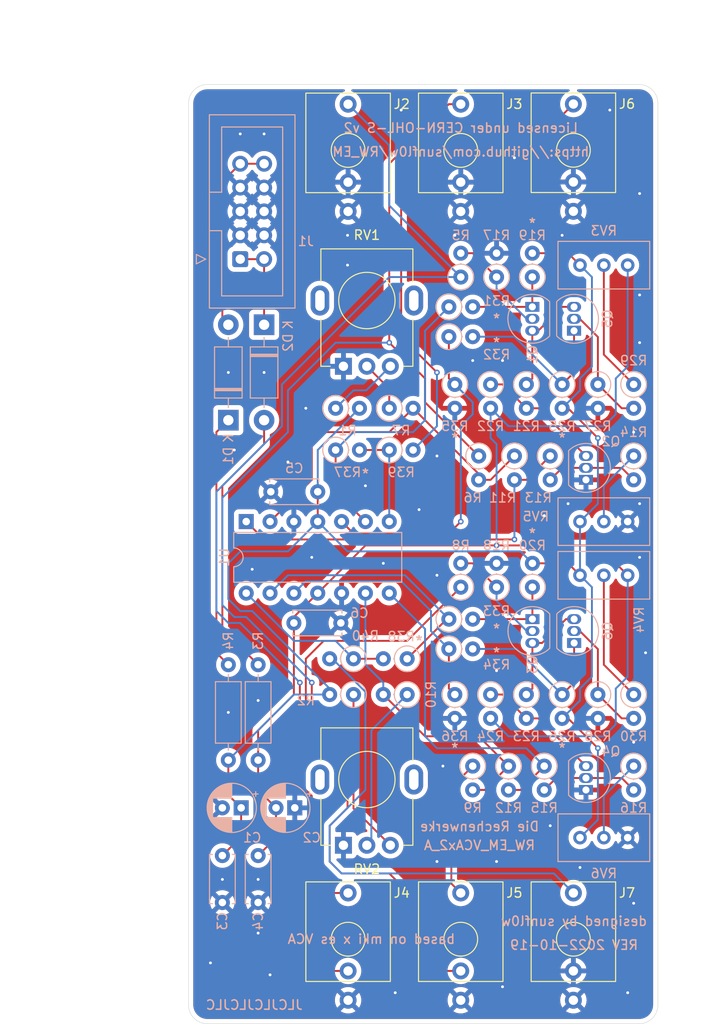
<source format=kicad_pcb>
(kicad_pcb (version 20211014) (generator pcbnew)
  (title_block (title "RW_EM_VCAx2_A") (date "2022-10-19") (rev "2022-10-19") (comment 1 "Licensed under CERN-OHL-S v2"))
  (layers (0 "F.Cu" signal) (31 "B.Cu" signal) (34 "B.Paste" user) (35 "F.Paste" user) (36 "B.SilkS" user "B.Silkscreen") (37 "F.SilkS" user "F.Silkscreen") (38 "B.Mask" user) (39 "F.Mask" user) (44 "Edge.Cuts" user))
  (net 0 "")
  (net 1 "+12V")
  (net 2 "GND")
  (net 3 "-12V")
  (net 4 "Net-(D1-Pad1)")
  (net 5 "Net-(D1-Pad2)")
  (net 6 "Net-(D2-Pad1)")
  (net 7 "Net-(D2-Pad2)")
  (net 8 "Net-(J2-PadT)")
  (net 9 "Net-(J3-PadT)")
  (net 10 "Net-(J4-PadT)")
  (net 11 "Net-(J5-PadT)")
  (net 12 "Net-(J6-PadT)")
  (net 13 "Net-(J7-PadT)")
  (net 14 "Net-(Q1-Pad1)")
  (net 15 "Net-(Q1-Pad2)")
  (net 16 "Net-(Q1-Pad3)")
  (net 17 "Net-(Q2-Pad2)")
  (net 18 "Net-(Q2-Pad3)")
  (net 19 "Net-(Q3-Pad1)")
  (net 20 "Net-(Q3-Pad2)")
  (net 21 "Net-(Q3-Pad3)")
  (net 22 "Net-(Q4-Pad2)")
  (net 23 "Net-(Q4-Pad3)")
  (net 24 "Net-(Q5-Pad1)")
  (net 25 "Net-(Q5-Pad2)")
  (net 26 "Net-(Q6-Pad1)")
  (net 27 "Net-(Q6-Pad2)")
  (net 28 "Net-(R1-Pad1)")
  (net 29 "Net-(R2-Pad1)")
  (net 30 "Net-(R11-Pad1)")
  (net 31 "Net-(R7-Pad1)")
  (net 32 "Net-(R10-Pad2)")
  (net 33 "Net-(R10-Pad1)")
  (net 34 "Net-(R11-Pad2)")
  (net 35 "Net-(R12-Pad2)")
  (net 36 "Net-(R29-Pad1)")
  (net 37 "Net-(R30-Pad1)")
  (net 38 "Net-(R31-Pad1)")
  (net 39 "Net-(R32-Pad1)")
  (net 40 "Net-(R33-Pad1)")
  (net 41 "Net-(R34-Pad1)")
  (net 42 "Net-(R37-Pad2)")
  (net 43 "Net-(R38-Pad2)")
  (net 44 "Net-(R14-Pad1)")
  (net 45 "Net-(R16-Pad1)")
  (footprint "RW_EurorackModular:PJ301M-12" (layer "F.Cu") (at 179 134)
    (fp_text reference "J7")
    (fp_text value "PJ301M-12")
  )
  (footprint "RW_EurorackModular:PJ301M-12" (layer "F.Cu") (at 179 50)
    (fp_text reference "J6")
    (fp_text value "PJ301M-12")
  )
  (footprint "RW_EurorackModular:Potentiometer_R0904N_SongHuei" (layer "F.Cu") (at 157 117)
    (fp_text reference "RV2")
    (fp_text value "100k")
  )
  (footprint "RW_EurorackModular:Potentiometer_R0904N_SongHuei" (layer "F.Cu") (at 157 66)
    (fp_text reference "RV1")
    (fp_text value "100k")
  )
  (footprint "RW_EurorackModular:PJ301M-12" (layer "F.Cu") (at 155 50.015)
    (fp_text reference "J2")
    (fp_text value "PJ301M-12")
  )
  (footprint "RW_EurorackModular:PJ301M-12" (layer "F.Cu") (at 167 134)
    (fp_text reference "J5")
    (fp_text value "PJ301M-12")
  )
  (footprint "RW_EurorackModular:PJ301M-12" (layer "F.Cu") (at 167 50.015)
    (fp_text reference "J3")
    (fp_text value "PJ301M-12")
  )
  (footprint "RW_EurorackModular:PJ301M-12" (layer "F.Cu") (at 155 134)
    (fp_text reference "J4")
    (fp_text value "PJ301M-12")
  )
  (footprint "Resistor_THT:R_Axial_DIN0207_L6.3mm_D2.5mm_P10.16mm_Horizontal" (layer "B.Cu") (at 145.415 104.775 -90)
    (fp_text reference "R3")
    (fp_text value "10")
  )
  (footprint "Resistor_THT:R_Axial_DIN0207_L6.3mm_D2.5mm_P2.54mm_Vertical" (layer "B.Cu") (at 177.8 107.95 -90)
    (fp_text reference "R26")
    (fp_text value "20k*")
  )
  (footprint "Resistor_THT:R_Axial_DIN0207_L6.3mm_D2.5mm_P2.54mm_Vertical" (layer "B.Cu") (at 159.385 81.915)
    (fp_text reference "R39")
    (fp_text value "1k")
  )
  (footprint "Diode_THT:D_DO-41_SOD81_P10.16mm_Horizontal" (layer "B.Cu") (at 146.05 68.58 -90)
    (fp_text reference "D2")
    (fp_text value "1N5819")
  )
  (footprint "Resistor_THT:R_Axial_DIN0207_L6.3mm_D2.5mm_P2.54mm_Vertical" (layer "B.Cu") (at 153.67 81.915)
    (fp_text reference "R37")
    (fp_text value "100k*")
  )
  (footprint "Resistor_THT:R_Axial_DIN0207_L6.3mm_D2.5mm_P2.54mm_Vertical" (layer "B.Cu") (at 165.735 69.85)
    (fp_text reference "R32")
    (fp_text value "10k*")
  )
  (footprint "Resistor_THT:R_Axial_DIN0207_L6.3mm_D2.5mm_P2.54mm_Vertical" (layer "B.Cu") (at 159.385 77.47)
    (fp_text reference "R7")
    (fp_text value "100k")
  )
  (footprint "Resistor_THT:R_Axial_DIN0207_L6.3mm_D2.5mm_P2.54mm_Vertical" (layer "B.Cu") (at 167.005 96.52 90)
    (fp_text reference "R8")
    (fp_text value "100k")
  )
  (footprint "Package_TO_SOT_THT:TO-92_Inline" (layer "B.Cu") (at 179.07 69.215 90)
    (fp_text reference "Q5")
    (fp_text value "BC548")
  )
  (footprint "Resistor_THT:R_Axial_DIN0207_L6.3mm_D2.5mm_P2.54mm_Vertical" (layer "B.Cu") (at 170.815 96.52 90)
    (fp_text reference "R18")
    (fp_text value "100")
  )
  (footprint "Resistor_THT:R_Axial_DIN0207_L6.3mm_D2.5mm_P2.54mm_Vertical" (layer "B.Cu") (at 172.72 82.55 -90)
    (fp_text reference "R11")
    (fp_text value "100k")
  )
  (footprint "Resistor_THT:R_Axial_DIN0207_L6.3mm_D2.5mm_P2.54mm_Vertical" (layer "B.Cu") (at 174.625 63.5 90)
    (fp_text reference "R19")
    (fp_text value "20k*")
  )
  (footprint "Resistor_THT:R_Axial_DIN0207_L6.3mm_D2.5mm_P2.54mm_Vertical" (layer "B.Cu") (at 168.91 82.55 -90)
    (fp_text reference "R6")
    (fp_text value "100k")
  )
  (footprint "Capacitor_THT:C_Disc_D5.0mm_W2.5mm_P5.00mm" (layer "B.Cu") (at 141.605 125.095 -90)
    (fp_text reference "C3")
    (fp_text value "100nF")
  )
  (footprint "Resistor_THT:R_Axial_DIN0207_L6.3mm_D2.5mm_P2.54mm_Vertical" (layer "B.Cu") (at 170.18 74.93 -90)
    (fp_text reference "R22")
    (fp_text value "4.7k")
  )
  (footprint "Potentiometer_THT:Potentiometer_Bourns_3296W_Vertical" (layer "B.Cu") (at 179.705 123.19 180)
    (fp_text reference "RV6")
    (fp_text value "10k")
  )
  (footprint "Resistor_THT:R_Axial_DIN0207_L6.3mm_D2.5mm_P2.54mm_Vertical" (layer "B.Cu") (at 185.42 82.55 -90)
    (fp_text reference "R14")
    (fp_text value "100k")
  )
  (footprint "Resistor_THT:R_Axial_DIN0207_L6.3mm_D2.5mm_P2.54mm_Vertical" (layer "B.Cu") (at 185.42 107.95 -90)
    (fp_text reference "R30")
    (fp_text value "100k")
  )
  (footprint "Potentiometer_THT:Potentiometer_Bourns_3296W_Vertical" (layer "B.Cu") (at 179.705 62.23 180)
    (fp_text reference "RV3")
    (fp_text value "100k")
  )
  (footprint "Potentiometer_THT:Potentiometer_Bourns_3296W_Vertical" (layer "B.Cu") (at 179.705 95.25 180)
    (fp_text reference "RV4")
    (fp_text value "100k")
  )
  (footprint "Resistor_THT:R_Axial_DIN0207_L6.3mm_D2.5mm_P2.54mm_Vertical" (layer "B.Cu") (at 181.61 107.95 -90)
    (fp_text reference "R28")
    (fp_text value "100")
  )
  (footprint "Resistor_THT:R_Axial_DIN0207_L6.3mm_D2.5mm_P2.54mm_Vertical" (layer "B.Cu") (at 161.29 107.95 180)
    (fp_text reference "R10")
    (fp_text value "100k")
  )
  (footprint "Resistor_THT:R_Axial_DIN0207_L6.3mm_D2.5mm_P2.54mm_Vertical" (layer "B.Cu") (at 185.42 115.57 -90)
    (fp_text reference "R16")
    (fp_text value "100k")
  )
  (footprint "Resistor_THT:R_Axial_DIN0207_L6.3mm_D2.5mm_P2.54mm_Vertical" (layer "B.Cu") (at 185.42 74.93 -90)
    (fp_text reference "R29")
    (fp_text value "100k")
  )
  (footprint "Resistor_THT:R_Axial_DIN0207_L6.3mm_D2.5mm_P2.54mm_Vertical" (layer "B.Cu") (at 168.275 115.57 -90)
    (fp_text reference "R9")
    (fp_text value "100k")
  )
  (footprint "Resistor_THT:R_Axial_DIN0207_L6.3mm_D2.5mm_P2.54mm_Vertical" (layer "B.Cu") (at 172.085 115.57 -90)
    (fp_text reference "R12")
    (fp_text value "100k")
  )
  (footprint "Resistor_THT:R_Axial_DIN0207_L6.3mm_D2.5mm_P2.54mm_Vertical" (layer "B.Cu") (at 165.735 99.92)
    (fp_text reference "R33")
    (fp_text value "10k*")
  )
  (footprint "Package_DIP:DIP-14_W7.62mm" (layer "B.Cu") (at 144.145 89.535 -90)
    (fp_text reference "U1")
    (fp_text value "TL074")
  )
  (footprint "Package_TO_SOT_THT:TO-92_Inline" (layer "B.Cu") (at 174.625 66.675 -90)
    (fp_text reference "Q1")
    (fp_text value "BC548")
  )
  (footprint "Capacitor_THT:C_Disc_D5.0mm_W2.5mm_P5.00mm" (layer "B.Cu") (at 145.415 130.095 90)
    (fp_text reference "C4")
    (fp_text value "100nF")
  )
  (footprint "Capacitor_THT:CP_Radial_D5.0mm_P2.00mm" (layer "B.Cu") (at 143.605 120.015 180)
    (fp_text reference "C1")
    (fp_text value "47uF")
  )
  (footprint "Package_TO_SOT_THT:TO-92_Inline" (layer "B.Cu") (at 180.34 85.09 90)
    (fp_text reference "Q2")
    (fp_text value "BC548")
  )
  (footprint "Resistor_THT:R_Axial_DIN0207_L6.3mm_D2.5mm_P2.54mm_Vertical" (layer "B.Cu") (at 153.67 77.47)
    (fp_text reference "R1")
    (fp_text value "10k")
  )
  (footprint "Resistor_THT:R_Axial_DIN0207_L6.3mm_D2.5mm_P2.54mm_Vertical" (layer "B.Cu") (at 166.37 74.93 -90)
    (fp_text reference "R35")
    (fp_text value "100k*")
  )
  (footprint "Resistor_THT:R_Axial_DIN0207_L6.3mm_D2.5mm_P2.54mm_Vertical" (layer "B.Cu") (at 166.37 107.95 -90)
    (fp_text reference "R36")
    (fp_text value "100k*")
  )
  (footprint "Resistor_THT:R_Axial_DIN0207_L6.3mm_D2.5mm_P2.54mm_Vertical" (layer "B.Cu") (at 170.815 63.5 90)
    (fp_text reference "R17")
    (fp_text value "100")
  )
  (footprint "Resistor_THT:R_Axial_DIN0207_L6.3mm_D2.5mm_P2.54mm_Vertical" (layer "B.Cu") (at 167.005 63.5 90)
    (fp_text reference "R5")
    (fp_text value "100k")
  )
  (footprint "Resistor_THT:R_Axial_DIN0207_L6.3mm_D2.5mm_P2.54mm_Vertical" (layer "B.Cu") (at 170.18 107.95 -90)
    (fp_text reference "R24")
    (fp_text value "4.7k")
  )
  (footprint "Resistor_THT:R_Axial_DIN0207_L6.3mm_D2.5mm_P2.54mm_Vertical" (layer "B.Cu") (at 175.895 115.57 -90)
    (fp_text reference "R15")
    (fp_text value "10k")
  )
  (footprint "Resistor_THT:R_Axial_DIN0207_L6.3mm_D2.5mm_P2.54mm_Vertical" (layer "B.Cu") (at 177.8 74.93 -90)
    (fp_text reference "R25")
    (fp_text value "20k*")
  )
  (footprint "Resistor_THT:R_Axial_DIN0207_L6.3mm_D2.5mm_P10.16mm_Horizontal" (layer "B.Cu") (at 142.24 104.775 -90)
    (fp_text reference "R4")
    (fp_text value "10")
  )
  (footprint "Resistor_THT:R_Axial_DIN0207_L6.3mm_D2.5mm_P2.54mm_Vertical" (layer "B.Cu") (at 181.61 74.93 -90)
    (fp_text reference "R27")
    (fp_text value "100")
  )
  (footprint "Resistor_THT:R_Axial_DIN0207_L6.3mm_D2.5mm_P2.54mm_Vertical" (layer "B.Cu") (at 155.575 107.95 180)
    (fp_text reference "R2")
    (fp_text value "10k")
  )
  (footprint "Resistor_THT:R_Axial_DIN0207_L6.3mm_D2.5mm_P2.54mm_Vertical" (layer "B.Cu") (at 174.635 96.52 90)
    (fp_text reference "R20")
    (fp_text value "20k*")
  )
  (footprint "Resistor_THT:R_Axial_DIN0207_L6.3mm_D2.5mm_P2.54mm_Vertical" (layer "B.Cu") (at 161.29 104.14 180)
    (fp_text reference "R38")
    (fp_text value "100k*")
  )
  (footprint "Package_TO_SOT_THT:TO-92_Inline" (layer "B.Cu") (at 180.34 118.11 90)
    (fp_text reference "Q4")
    (fp_text value "BC548")
  )
  (footprint "Resistor_THT:R_Axial_DIN0207_L6.3mm_D2.5mm_P2.54mm_Vertical" (layer "B.Cu") (at 165.735 66.675)
    (fp_text reference "R31")
    (fp_text value "10k*")
  )
  (footprint "Capacitor_THT:C_Disc_D5.0mm_W2.5mm_P5.00mm" (layer "B.Cu") (at 154.225 100.33 180)
    (fp_text reference "C6")
    (fp_text value "100nF")
  )
  (footprint "Capacitor_THT:C_Disc_D5.0mm_W2.5mm_P5.00mm" (layer "B.Cu") (at 151.765 86.36 180)
    (fp_text reference "C5")
    (fp_text value "100nF")
  )
  (footprint "Capacitor_THT:CP_Radial_D5.0mm_P2.00mm" (layer "B.Cu") (at 149.32 120.015 180)
    (fp_text reference "C2")
    (fp_text value "47uF")
  )
  (footprint "Resistor_THT:R_Axial_DIN0207_L6.3mm_D2.5mm_P2.54mm_Vertical" (layer "B.Cu") (at 176.53 82.55 -90)
    (fp_text reference "R13")
    (fp_text value "10k")
  )
  (footprint "Diode_THT:D_DO-41_SOD81_P10.16mm_Horizontal" (layer "B.Cu") (at 142.24 78.74 90)
    (fp_text reference "D1")
    (fp_text value "1N5819")
  )
  (footprint "Package_TO_SOT_THT:TO-92_Inline" (layer "B.Cu") (at 174.635 99.92 -90)
    (fp_text reference "Q3")
    (fp_text value "BC548")
  )
  (footprint "Resistor_THT:R_Axial_DIN0207_L6.3mm_D2.5mm_P2.54mm_Vertical" (layer "B.Cu") (at 165.735 103.095)
    (fp_text reference "R34")
    (fp_text value "10k*")
  )
  (footprint "Resistor_THT:R_Axial_DIN0207_L6.3mm_D2.5mm_P2.54mm_Vertical" (layer "B.Cu") (at 173.99 107.95 -90)
    (fp_text reference "R23")
    (fp_text value "10k")
  )
  (footprint "Package_TO_SOT_THT:TO-92_Inline" (layer "B.Cu") (at 179.08 102.46 90)
    (fp_text reference "Q6")
    (fp_text value "BC548")
  )
  (footprint "Resistor_THT:R_Axial_DIN0207_L6.3mm_D2.5mm_P2.54mm_Vertical" (layer "B.Cu") (at 173.99 74.93 -90)
    (fp_text reference "R21")
    (fp_text value "10k")
  )
  (footprint "Potentiometer_THT:Potentiometer_Bourns_3296W_Vertical" (layer "B.Cu") (at 179.705 89.535 180)
    (fp_text reference "RV5")
    (fp_text value "10k")
  )
  (footprint "Resistor_THT:R_Axial_DIN0207_L6.3mm_D2.5mm_P2.54mm_Vertical" (layer "B.Cu") (at 155.575 104.14 180)
    (fp_text reference "R40")
    (fp_text value "1k")
  )
  (footprint "Connector_IDC:IDC-Header_2x05_P2.54mm_Vertical" (layer "B.Cu") (at 143.51 61.595)
    (fp_text reference "J1")
    (fp_text value "IDC_02x05")
  )
  (gr_line (start 188 141) (end 188 45) (layer "Edge.Cuts") (width 0.05))
  (gr_line (start 186 43) (end 140 43) (layer "Edge.Cuts") (width 0.05))
  (gr_arc (start 138 45) (mid 138.585786 43.585786) (end 140 43) (layer "Edge.Cuts") (width 0.05))
  (gr_arc (start 188 141) (mid 187.414214 142.414214) (end 186 143) (layer "Edge.Cuts") (width 0.05))
  (gr_line (start 140 143) (end 186 143) (layer "Edge.Cuts") (width 0.05))
  (gr_arc (start 140 143) (mid 138.585786 142.414214) (end 138 141) (layer "Edge.Cuts") (width 0.05))
  (gr_line (start 138 45) (end 138 141) (layer "Edge.Cuts") (width 0.05))
  (gr_arc (start 186 43) (mid 187.414214 43.585786) (end 188 45) (layer "Edge.Cuts") (width 0.05))
  (gr_text "https://github.com/sunfl0w/RW_EM" (at 167.005 50.165) (layer "B.SilkS") (effects (font (size 1 1) (thickness 0.16)) (justify mirror)))
  (gr_text "*" (at 170.815 70.485) (layer "B.SilkS") (effects (font (size 1 1) (thickness 0.16)) (justify mirror)))
  (gr_text "designed by sunfl0w" (at 179.07 132.08) (layer "B.SilkS") (effects (font (size 1 1) (thickness 0.16)) (justify mirror)))
  (gr_text "RW_EM_VCAx2_A" (at 169 124) (layer "B.SilkS") (effects (font (size 1 1) (thickness 0.16)) (justify mirror)))
  (gr_text "*" (at 156.845 84.455) (layer "B.SilkS") (effects (font (size 1 1) (thickness 0.16)) (justify mirror)))
  (gr_text "*" (at 162.56 102.235) (layer "B.SilkS") (effects (font (size 1 1) (thickness 0.16)) (justify mirror)))
  (gr_text "*" (at 174.625 90.805) (layer "B.SilkS") (effects (font (size 1 1) (thickness 0.16)) (justify mirror)))
  (gr_text "*" (at 166.37 80.645) (layer "B.SilkS") (effects (font (size 1 1) (thickness 0.16)) (justify mirror)))
  (gr_text "*" (at 174.625 57.785) (layer "B.SilkS") (effects (font (size 1 1) (thickness 0.16)) (justify mirror)))
  (gr_text "based on mki x es VCA" (at 157.48 133.985) (layer "B.SilkS") (effects (font (size 1 1) (thickness 0.16)) (justify mirror)))
  (gr_text "*" (at 177.8 113.665) (layer "B.SilkS") (effects (font (size 1 1) (thickness 0.16)) (justify mirror)))
  (gr_text "*" (at 170.815 100.965) (layer "B.SilkS") (effects (font (size 1 1) (thickness 0.16)) (justify mirror)))
  (gr_text "JLCJLCJLCJLC" (at 145 141) (layer "B.SilkS") (effects (font (size 1 1) (thickness 0.16)) (justify mirror)))
  (gr_text "Licensed under CERN-OHL-S v2" (at 167.005 47.625) (layer "B.SilkS") (effects (font (size 1 1) (thickness 0.16)) (justify mirror)))
  (gr_text "REV 2022-10-19" (at 179.07 134.62) (layer "B.SilkS") (effects (font (size 1 1) (thickness 0.16)) (justify mirror)))
  (gr_text "*" (at 170.815 103.505) (layer "B.SilkS") (effects (font (size 1 1) (thickness 0.16)) (justify mirror)))
  (gr_text "Die Rechenwerke" (at 169 122) (layer "B.SilkS") (effects (font (size 1 1) (thickness 0.16)) (justify mirror)))
  (gr_text "*" (at 170.815 67.945) (layer "B.SilkS") (effects (font (size 1 1) (thickness 0.16)) (justify mirror)))
  (gr_text "*" (at 177.8 80.645) (layer "B.SilkS") (effects (font (size 1 1) (thickness 0.16)) (justify mirror)))
  (gr_text "*" (at 166.37 113.665) (layer "B.SilkS") (effects (font (size 1 1) (thickness 0.16)) (justify mirror)))
  (segment (start 142.24 118.65) (end 143.605 120.015) (width 0.2) (layer "F.Cu") (net 1))
  (segment (start 143.605 123.095) (end 141.605 125.095) (width 0.2) (layer "F.Cu") (net 1))
  (segment (start 181.61 80.645) (end 178.435 77.47) (width 0.2) (layer "F.Cu") (net 1))
  (segment (start 178.435 93.98) (end 179.705 95.25) (width 0.2) (layer "F.Cu") (net 1))
  (segment (start 178.435 110.49) (end 177.8 110.49) (width 0.2) (layer "F.Cu") (net 1))
  (segment (start 174.635 93.98) (end 178.435 93.98) (width 0.2) (layer "F.Cu") (net 1))
  (segment (start 178.435 60.96) (end 179.705 62.23) (width 0.2) (layer "F.Cu") (net 1))
  (segment (start 181.61 113.665) (end 178.435 110.49) (width 0.2) (layer "F.Cu") (net 1))
  (segment (start 142.24 114.935) (end 142.24 118.65) (width 0.2) (layer "F.Cu") (net 1))
  (segment (start 174.625 60.96) (end 178.435 60.96) (width 0.2) (layer "F.Cu") (net 1))
  (segment (start 143.605 120.015) (end 143.605 123.095) (width 0.2) (layer "F.Cu") (net 1))
  (segment (start 177.8 77.47) (end 178.435 77.47) (width 0.2) (layer "F.Cu") (net 1))
  (segment (start 151.765 86.36) (end 151.765 89.535) (width 0.2) (layer "F.Cu") (net 1))
  (via (at 181.61 80.645) (size 0.6) (drill 0.3) (layers "F.Cu" "B.Cu") (net 1))
  (via (at 181.61 113.665) (size 0.6) (drill 0.3) (layers "F.Cu" "B.Cu") (net 1))
  (segment (start 181.61 121.285) (end 181.61 113.665) (width 0.2) (layer "B.Cu") (net 1))
  (segment (start 179.705 107.315) (end 179.705 108.585) (width 0.2) (layer "B.Cu") (net 1))
  (segment (start 180.975 73.025) (end 179.705 74.295) (width 0.2) (layer "B.Cu") (net 1))
  (segment (start 173.365 92.71) (end 174.635 93.98) (width 0.2) (layer "B.Cu") (net 1))
  (segment (start 180.975 106.045) (end 179.705 107.315) (width 0.2) (layer "B.Cu") (net 1))
  (segment (start 144.78 99.06) (end 143.51 99.06) (width 0.2) (layer "B.Cu") (net 1))
  (segment (start 153.035 107.315) (end 144.78 99.06) (width 0.2) (layer "B.Cu") (net 1))
  (segment (start 142.24 93.98) (end 143.51 92.71) (width 0.2) (layer "B.Cu") (net 1))
  (segment (start 142.24 97.79) (end 142.24 93.98) (width 0.2) (layer "B.Cu") (net 1))
  (segment (start 154.94 92.71) (end 173.365 92.71) (width 0.2) (layer "B.Cu") (net 1))
  (segment (start 180.975 96.52) (end 180.975 106.045) (width 0.2) (layer "B.Cu") (net 1))
  (segment (start 143.51 99.06) (end 142.24 97.79) (width 0.2) (layer "B.Cu") (net 1))
  (segment (start 153.035 107.95) (end 153.035 107.315) (width 0.2) (layer "B.Cu") (net 1))
  (segment (start 151.765 89.535) (end 154.94 92.71) (width 0.2) (layer "B.Cu") (net 1))
  (segment (start 179.705 74.295) (end 179.705 75.565) (width 0.2) (layer "B.Cu") (net 1))
  (segment (start 179.705 123.19) (end 181.61 121.285) (width 0.2) (layer "B.Cu") (net 1))
  (segment (start 179.705 62.23) (end 180.975 63.5) (width 0.2) (layer "B.Cu") (net 1))
  (segment (start 142.24 114.935) (end 149.225 107.95) (width 0.2) (layer "B.Cu") (net 1))
  (segment (start 151.765 81.915) (end 151.765 86.36) (width 0.2) (layer "B.Cu") (net 1))
  (segment (start 143.51 92.71) (end 148.59 92.71) (width 0.2) (layer "B.Cu") (net 1))
  (segment (start 156.21 77.47) (end 151.765 81.915) (width 0.2) (layer "B.Cu") (net 1))
  (segment (start 180.975 63.5) (end 180.975 73.025) (width 0.2) (layer "B.Cu") (net 1))
  (segment (start 179.705 89.535) (end 181.61 87.63) (width 0.2) (layer "B.Cu") (net 1))
  (segment (start 149.225 107.95) (end 153.035 107.95) (width 0.2) (layer "B.Cu") (net 1))
  (segment (start 148.59 92.71) (end 151.765 89.535) (width 0.2) (layer "B.Cu") (net 1))
  (segment (start 179.705 95.25) (end 179.705 89.535) (width 0.2) (layer "B.Cu") (net 1))
  (segment (start 181.61 87.63) (end 181.61 80.645) (width 0.2) (layer "B.Cu") (net 1))
  (segment (start 179.705 75.565) (end 177.8 77.47) (width 0.2) (layer "B.Cu") (net 1))
  (segment (start 179.705 108.585) (end 177.8 110.49) (width 0.2) (layer "B.Cu") (net 1))
  (segment (start 179.705 95.25) (end 180.975 96.52) (width 0.2) (layer "B.Cu") (net 1))
  (via (at 141.605 127.635) (size 0.6) (drill 0.3) (layers "F.Cu" "B.Cu") (net 2))
  (via (at 145.415 133.35) (size 0.6) (drill 0.3) (layers "F.Cu" "B.Cu") (net 2))
  (via (at 166.37 59.055) (size 0.6) (drill 0.3) (layers "F.Cu" "B.Cu") (net 2))
  (via (at 140.335 136.525) (size 0.6) (drill 0.3) (layers "F.Cu" "B.Cu") (net 2))
  (via (at 184.785 139.7) (size 0.6) (drill 0.3) (layers "F.Cu" "B.Cu") (net 2))
  (via (at 185.42 130.175) (size 0.6) (drill 0.3) (layers "F.Cu" "B.Cu") (net 2))
  (via (at 164.465 95.25) (size 0.6) (drill 0.3) (layers "F.Cu" "B.Cu") (net 2))
  (via (at 142.24 73.66) (size 0.6) (drill 0.3) (layers "F.Cu" "B.Cu") (net 2))
  (via (at 171.45 72.39) (size 0.6) (drill 0.3) (layers "F.Cu" "B.Cu") (net 2))
  (via (at 171.45 139.065) (size 0.6) (drill 0.3) (layers "F.Cu" "B.Cu") (net 2))
  (via (at 170.815 125.73) (size 0.6) (drill 0.3) (layers "F.Cu" "B.Cu") (net 2))
  (via (at 186.055 87.63) (size 0.6) (drill 0.3) (layers "F.Cu" "B.Cu") (net 2))
  (via (at 165.1 115.57) (size 0.6) (drill 0.3) (layers "F.Cu" "B.Cu") (net 2))
  (via (at 186.055 65.405) (size 0.6) (drill 0.3) (layers "F.Cu" "B.Cu") (net 2))
  (via (at 164.465 82.55) (size 0.6) (drill 0.3) (layers "F.Cu" "B.Cu") (net 2))
  (via (at 156.845 85.725) (size 0.6) (drill 0.3) (layers "F.Cu" "B.Cu") (net 2))
  (via (at 154.94 62.23) (size 0.6) (drill 0.3) (layers "F.Cu" "B.Cu") (net 2))
  (via (at 186.055 93.345) (size 0.6) (drill 0.3) (layers "F.Cu" "B.Cu") (net 2))
  (via (at 148.59 83.185) (size 0.6) (drill 0.3) (layers "F.Cu" "B.Cu") (net 2))
  (via (at 177.8 59.055) (size 0.6) (drill 0.3) (layers "F.Cu" "B.Cu") (net 2))
  (via (at 146.05 73.66) (size 0.6) (drill 0.3) (layers "F.Cu" "B.Cu") (net 2))
  (via (at 162.56 88.265) (size 0.6) (drill 0.3) (layers "F.Cu" "B.Cu") (net 2))
  (via (at 143.51 48.26) (size 0.6) (drill 0.3) (layers "F.Cu" "B.Cu") (net 2))
  (via (at 178.435 87.63) (size 0.6) (drill 0.3) (layers "F.Cu" "B.Cu") (net 2))
  (via (at 175.895 88.9) (size 0.6) (drill 0.3) (layers "F.Cu" "B.Cu") (net 2))
  (via (at 186.055 54.61) (size 0.6) (drill 0.3) (layers "F.Cu" "B.Cu") (net 2))
  (via (at 168.275 72.39) (size 0.6) (drill 0.3) (layers "F.Cu" "B.Cu") (net 2))
  (via (at 142.875 81.915) (size 0.6) (drill 0.3) (layers "F.Cu" "B.Cu") (net 2))
  (via (at 145.415 127.635) (size 0.6) (drill 0.3) (layers "F.Cu" "B.Cu") (net 2))
  (via (at 185.42 80.01) (size 0.6) (drill 0.3) (layers "F.Cu" "B.Cu") (net 2))
  (via (at 186.055 70.485) (size 0.6) (drill 0.3) (layers "F.Cu" "B.Cu") (net 2))
  (via (at 146.685 137.795) (size 0.6) (drill 0.3) (layers "F.Cu" "B.Cu") (net 2))
  (via (at 176.53 121.92) (size 0.6) (drill 0.3) (layers "F.Cu" "B.Cu") (net 2))
  (via (at 170.815 105.41) (size 0.6) (drill 0.3) (layers "F.Cu" "B.Cu") (net 2))
  (via (at 172.72 50.8) (size 0.6) (drill 0.3) (layers "F.Cu" "B.Cu") (net 2))
  (via (at 158.75 93.98) (size 0.6) (drill 0.3) (layers "F.Cu" "B.Cu") (net 2))
  (via (at 160.02 139.7) (size 0.6) (drill 0.3) (layers "F.Cu" "B.Cu") (net 2))
  (via (at 154.94 59.055) (size 0.6) (drill 0.3) (layers "F.Cu" "B.Cu") (net 2))
  (via (at 145.415 108.585) (size 0.6) (drill 0.3) (layers "F.Cu" "B.Cu") (net 2))
  (via (at 151.13 93.345) (size 0.6) (drill 0.3) (layers "F.Cu" "B.Cu") (net 2))
  (via (at 179.705 126.365) (size 0.6) (drill 0.3) (layers "F.Cu" "B.Cu") (net 2))
  (via (at 186.69 103.505) (size 0.6) (drill 0.3) (layers "F.Cu" "B.Cu") (net 2))
  (via (at 150.495 77.47) (size 0.6) (drill 0.3) (layers "F.Cu" "B.Cu") (net 2))
  (via (at 146.05 48.26) (size 0.6) (drill 0.3) (layers "F.Cu" "B.Cu") (net 2))
  (via (at 164.465 125.73) (size 0.6) (drill 0.3) (layers "F.Cu" "B.Cu") (net 2))
  (via (at 144.78 94.615) (size 0.6) (drill 0.3) (layers "F.Cu" "B.Cu") (net 2))
  (via (at 160.655 45.72) (size 0.6) (drill 0.3) (layers "F.Cu" "B.Cu") (net 2))
  (via (at 142.24 109.855) (size 0.6) (drill 0.3) (layers "F.Cu" "B.Cu") (net 2))
  (via (at 185.42 113.03) (size 0.6) (drill 0.3) (layers "F.Cu" "B.Cu") (net 2))
  (via (at 182.88 45.72) (size 0.6) (drill 0.3) (layers "F.Cu" "B.Cu") (net 2))
  (segment (start 181.61 92.075) (end 156.845 92.075) (width 0.2) (layer "F.Cu") (net 3))
  (segment (start 145.415 114.935) (end 145.415 118.11) (width 0.2) (layer "F.Cu") (net 3))
  (segment (start 149.225 107.95) (end 149.225 100.33) (width 0.2) (layer "F.Cu") (net 3))
  (segment (start 147.32 123.19) (end 145.415 125.095) (width 0.2) (layer "F.Cu") (net 3))
  (segment (start 156.845 92.075) (end 151.765 97.155) (width 0.2) (layer "F.Cu") (net 3))
  (segment (start 184.785 95.25) (end 181.61 92.075) (width 0.2) (layer "F.Cu") (net 3))
  (segment (start 149.225 99.695) (end 149.225 100.33) (width 0.2) (layer "F.Cu") (net 3))
  (segment (start 145.415 111.76) (end 149.225 107.95) (width 0.2) (layer "F.Cu") (net 3))
  (segment (start 145.415 114.935) (end 145.415 111.76) (width 0.2) (layer "F.Cu") (net 3))
  (segment (start 145.415 118.11) (end 147.32 120.015) (width 0.2) (layer "F.Cu") (net 3))
  (segment (start 147.32 120.015) (end 147.32 123.19) (width 0.2) (layer "F.Cu") (net 3))
  (segment (start 151.765 97.155) (end 149.225 99.695) (width 0.2) (layer "F.Cu") (net 3))
  (via (at 170.815 92.075) (size 0.6) (drill 0.3) (layers "F.Cu" "B.Cu") (net 3))
  (segment (start 172.085 79.375) (end 170.18 77.47) (width 0.2) (layer "B.Cu") (net 3))
  (segment (start 170.18 77.47) (end 170.18 80.645) (width 0.2) (layer "B.Cu") (net 3))
  (segment (start 184.785 62.23) (end 184.785 73.025) (width 0.2) (layer "B.Cu") (net 3))
  (segment (start 183.515 74.295) (end 183.515 78.105) (width 0.2) (layer "B.Cu") (net 3))
  (segment (start 183.515 111.125) (end 182.245 112.395) (width 0.2) (layer "B.Cu") (net 3))
  (segment (start 182.245 79.375) (end 172.085 79.375) (width 0.2) (layer "B.Cu") (net 3))
  (segment (start 172.085 112.395) (end 170.18 110.49) (width 0.2) (layer "B.Cu") (net 3))
  (segment (start 184.785 95.25) (end 184.785 106.045) (width 0.2) (layer "B.Cu") (net 3))
  (segment (start 182.245 112.395) (end 172.085 112.395) (width 0.2) (layer "B.Cu") (net 3))
  (segment (start 183.515 107.315) (end 183.515 111.125) (width 0.2) (layer "B.Cu") (net 3))
  (segment (start 170.18 80.645) (end 170.815 81.28) (width 0.2) (layer "B.Cu") (net 3))
  (segment (start 184.785 106.045) (end 183.515 107.315) (width 0.2) (layer "B.Cu") (net 3))
  (segment (start 170.815 81.28) (end 170.815 92.075) (width 0.2) (layer "B.Cu") (net 3))
  (segment (start 184.785 73.025) (end 183.515 74.295) (width 0.2) (layer "B.Cu") (net 3))
  (segment (start 183.515 78.105) (end 182.245 79.375) (width 0.2) (layer "B.Cu") (net 3))
  (segment (start 142.24 104.775) (end 140.97 103.505) (width 0.2) (layer "F.Cu") (net 4))
  (segment (start 140.97 80.01) (end 142.24 78.74) (width 0.2) (layer "F.Cu") (net 4))
  (segment (start 140.97 103.505) (end 140.97 80.01) (width 0.2) (layer "F.Cu") (net 4))
  (segment (start 141.605 67.945) (end 141.605 53.34) (width 0.2) (layer "F.Cu") (net 5))
  (segment (start 142.24 68.58) (end 141.605 67.945) (width 0.2) (layer "F.Cu") (net 5))
  (segment (start 141.605 53.34) (end 143.51 51.435) (width 0.2) (layer "F.Cu") (net 5))
  (segment (start 143.51 51.435) (end 146.05 51.435) (width 0.2) (layer "F.Cu") (net 5))
  (segment (start 143.51 61.595) (end 146.05 61.595) (width 0.2) (layer "F.Cu") (net 6))
  (segment (start 146.05 61.595) (end 146.05 68.58) (width 0.2) (layer "F.Cu") (net 6))
  (segment (start 146.05 81.28) (end 141.605 85.725) (width 0.2) (layer "F.Cu") (net 7))
  (segment (start 141.605 100.965) (end 145.415 104.775) (width 0.2) (layer "F.Cu") (net 7))
  (segment (start 141.605 85.725) (end 141.605 100.965) (width 0.2) (layer "F.Cu") (net 7))
  (segment (start 146.05 78.74) (end 146.05 81.28) (width 0.2) (layer "F.Cu") (net 7))
  (segment (start 151.13 135.89) (end 152.62 137.38) (width 0.2) (layer "F.Cu") (net 8))
  (segment (start 151.13 118.745) (end 151.13 135.89) (width 0.2) (layer "F.Cu") (net 8))
  (segment (start 149.86 106.68) (end 149.86 117.475) (width 0.2) (layer "F.Cu") (net 8))
  (segment (start 152.62 137.38) (end 155 137.38) (width 0.2) (layer "F.Cu") (net 8))
  (segment (start 149.86 117.475) (end 151.13 118.745) (width 0.2) (layer "F.Cu") (net 8))
  (via (at 149.86 106.68) (size 0.6) (drill 0.3) (layers "F.Cu" "B.Cu") (net 8))
  (segment (start 142.24 100.33) (end 143.51 100.33) (width 0.2) (layer "B.Cu") (net 8))
  (segment (start 159.385 55.88) (end 159.385 49.48) (width 0.2) (layer "B.Cu") (net 8))
  (segment (start 167.005 63.5) (end 159.385 55.88) (width 0.2) (layer "B.Cu") (net 8))
  (segment (start 140.97 86.36) (end 140.97 99.06) (width 0.2) (layer "B.Cu") (net 8))
  (segment (start 143.51 100.33) (end 149.86 106.68) (width 0.2) (layer "B.Cu") (net 8))
  (segment (start 159.385 49.48) (end 155 45.095) (width 0.2) (layer "B.Cu") (net 8))
  (segment (start 140.97 99.06) (end 142.24 100.33) (width 0.2) (layer "B.Cu") (net 8))
  (segment (start 167.005 63.5) (end 159.385 63.5) (width 0.2) (layer "B.Cu") (net 8))
  (segment (start 147.955 79.375) (end 140.97 86.36) (width 0.2) (layer "B.Cu") (net 8))
  (segment (start 159.385 63.5) (end 147.955 74.93) (width 0.2) (layer "B.Cu") (net 8))
  (segment (start 147.955 74.93) (end 147.955 79.375) (width 0.2) (layer "B.Cu") (net 8))
  (segment (start 151.13 109.855) (end 154.94 113.665) (width 0.2) (layer "F.Cu") (net 9))
  (segment (start 162.145 137.38) (end 167 137.38) (width 0.2) (layer "F.Cu") (net 9))
  (segment (start 159.385 70.485) (end 159.385 51.435) (width 0.2) (layer "F.Cu") (net 9))
  (segment (start 165.725 45.095) (end 167 45.095) (width 0.2) (layer "F.Cu") (net 9))
  (segment (start 159.385 127) (end 160.655 128.27) (width 0.2) (layer "F.Cu") (net 9))
  (segment (start 159.385 51.435) (end 165.725 45.095) (width 0.2) (layer "F.Cu") (net 9))
  (segment (start 159.385 70.485) (end 163.195 74.295) (width 0.2) (layer "F.Cu") (net 9))
  (segment (start 163.195 74.295) (end 163.195 76.835) (width 0.2) (layer "F.Cu") (net 9))
  (segment (start 151.13 106.68) (end 151.13 109.855) (width 0.2) (layer "F.Cu") (net 9))
  (segment (start 160.655 135.89) (end 162.145 137.38) (width 0.2) (layer "F.Cu") (net 9))
  (segment (start 154.94 120.015) (end 153.035 121.92) (width 0.2) (layer "F.Cu") (net 9))
  (segment (start 154.94 113.665) (end 154.94 120.015) (width 0.2) (layer "F.Cu") (net 9))
  (segment (start 160.655 128.27) (end 160.655 135.89) (width 0.2) (layer "F.Cu") (net 9))
  (segment (start 153.035 121.92) (end 153.035 125.73) (width 0.2) (layer "F.Cu") (net 9))
  (segment (start 154.305 127) (end 159.385 127) (width 0.2) (layer "F.Cu") (net 9))
  (segment (start 163.195 76.835) (end 168.91 82.55) (width 0.2) (layer "F.Cu") (net 9))
  (segment (start 153.035 125.73) (end 154.305 127) (width 0.2) (layer "F.Cu") (net 9))
  (via (at 151.13 106.68) (size 0.6) (drill 0.3) (layers "F.Cu" "B.Cu") (net 9))
  (via (at 159.385 70.485) (size 0.6) (drill 0.3) (layers "F.Cu" "B.Cu") (net 9))
  (segment (start 141.605 98.425) (end 141.605 86.995) (width 0.2) (layer "B.Cu") (net 9))
  (segment (start 144.145 99.695) (end 142.875 99.695) (width 0.2) (layer "B.Cu") (net 9))
  (segment (start 141.605 86.995) (end 148.59 80.01) (width 0.2) (layer "B.Cu") (net 9))
  (segment (start 153.67 70.485) (end 159.385 70.485) (width 0.2) (layer "B.Cu") (net 9))
  (segment (start 148.59 75.565) (end 153.67 70.485) (width 0.2) (layer "B.Cu") (net 9))
  (segment (start 142.875 99.695) (end 141.605 98.425) (width 0.2) (layer "B.Cu") (net 9))
  (segment (start 148.59 80.01) (end 148.59 75.565) (width 0.2) (layer "B.Cu") (net 9))
  (segment (start 151.13 106.68) (end 144.145 99.695) (width 0.2) (layer "B.Cu") (net 9))
  (segment (start 154.305 118.11) (end 151.765 120.65) (width 0.2) (layer "F.Cu") (net 10))
  (segment (start 154.305 114.3) (end 154.305 118.11) (width 0.2) (layer "F.Cu") (net 10))
  (segment (start 150.495 110.49) (end 154.305 114.3) (width 0.2) (layer "F.Cu") (net 10))
  (segment (start 151.765 120.65) (end 151.765 127.635) (width 0.2) (layer "F.Cu") (net 10))
  (segment (start 152.4 102.235) (end 150.495 104.14) (width 0.2) (layer "F.Cu") (net 10))
  (segment (start 153.21 129.08) (end 155 129.08) (width 0.2) (layer "F.Cu") (net 10))
  (segment (start 151.765 127.635) (end 153.21 129.08) (width 0.2) (layer "F.Cu") (net 10))
  (segment (start 150.495 104.14) (end 150.495 110.49) (width 0.2) (layer "F.Cu") (net 10))
  (segment (start 161.29 102.235) (end 152.4 102.235) (width 0.2) (layer "F.Cu") (net 10))
  (segment (start 167.005 96.52) (end 161.29 102.235) (width 0.2) (layer "F.Cu") (net 10))
  (segment (start 168.275 115.57) (end 166 117.845) (width 0.2) (layer "F.Cu") (net 11))
  (segment (start 166 128.08) (end 167 129.08) (width 0.2) (layer "F.Cu") (net 11))
  (segment (start 166 117.845) (end 166 128.08) (width 0.2) (layer "F.Cu") (net 11))
  (segment (start 164.465 73.66) (end 160.655 69.85) (width 0.2) (layer "F.Cu") (net 12))
  (segment (start 160.655 69.85) (end 160.655 52.07) (width 0.2) (layer "F.Cu") (net 12))
  (segment (start 177.09 46.99) (end 179 45.08) (width 0.2) (layer "F.Cu") (net 12))
  (segment (start 165.735 46.99) (end 177.09 46.99) (width 0.2) (layer "F.Cu") (net 12))
  (segment (start 160.655 52.07) (end 165.735 46.99) (width 0.2) (layer "F.Cu") (net 12))
  (via (at 164.465 73.66) (size 0.6) (drill 0.3) (layers "F.Cu" "B.Cu") (net 12))
  (segment (start 161.925 81.915) (end 164.465 79.375) (width 0.2) (layer "B.Cu") (net 12))
  (segment (start 164.465 79.375) (end 164.465 73.66) (width 0.2) (layer "B.Cu") (net 12))
  (segment (start 176.92 127) (end 179 129.08) (width 0.2) (layer "B.Cu") (net 13))
  (segment (start 156.845 118.11) (end 153.035 121.92) (width 0.2) (layer "B.Cu") (net 13))
  (segment (start 154.305 127) (end 176.92 127) (width 0.2) (layer "B.Cu") (net 13))
  (segment (start 153.035 121.92) (end 153.035 125.73) (width 0.2) (layer "B.Cu") (net 13))
  (segment (start 156.845 107.664365) (end 156.845 118.11) (width 0.2) (layer "B.Cu") (net 13))
  (segment (start 153.035 104.14) (end 153.320635 104.14) (width 0.2) (layer "B.Cu") (net 13))
  (segment (start 153.035 125.73) (end 154.305 127) (width 0.2) (layer "B.Cu") (net 13))
  (segment (start 153.320635 104.14) (end 156.845 107.664365) (width 0.2) (layer "B.Cu") (net 13))
  (segment (start 168.275 66.675) (end 174.625 66.675) (width 0.2) (layer "F.Cu") (net 14))
  (segment (start 174.625 63.5) (end 174.625 66.675) (width 0.2) (layer "F.Cu") (net 14))
  (segment (start 167.005 60.96) (end 168.275 60.96) (width 0.2) (layer "F.Cu") (net 15))
  (segment (start 168.275 60.96) (end 170.815 63.5) (width 0.2) (layer "F.Cu") (net 15))
  (segment (start 174.02 67.945) (end 174.625 67.945) (width 0.2) (layer "B.Cu") (net 15))
  (segment (start 170.815 64.74) (end 174.02 67.945) (width 0.2) (layer "B.Cu") (net 15))
  (segment (start 170.815 63.5) (end 170.815 64.74) (width 0.2) (layer "B.Cu") (net 15))
  (segment (start 174.625 74.295) (end 173.99 74.93) (width 0.2) (layer "F.Cu") (net 16))
  (segment (start 174.625 69.215) (end 175.26 69.215) (width 0.2) (layer "F.Cu") (net 16))
  (segment (start 175.26 69.215) (end 177.8 66.675) (width 0.2) (layer "F.Cu") (net 16))
  (segment (start 174.625 69.215) (end 174.625 74.295) (width 0.2) (layer "F.Cu") (net 16))
  (segment (start 177.8 66.675) (end 179.07 66.675) (width 0.2) (layer "F.Cu") (net 16))
  (segment (start 176.53 85.09) (end 177.8 83.82) (width 0.2) (layer "F.Cu") (net 17))
  (segment (start 180.34 83.82) (end 184.15 83.82) (width 0.2) (layer "F.Cu") (net 17))
  (segment (start 177.8 83.82) (end 180.34 83.82) (width 0.2) (layer "F.Cu") (net 17))
  (segment (start 184.15 83.82) (end 185.42 85.09) (width 0.2) (layer "F.Cu") (net 17))
  (segment (start 173.99 77.47) (end 175.26 77.47) (width 0.2) (layer "F.Cu") (net 18))
  (segment (start 171.45 74.93) (end 173.99 77.47) (width 0.2) (layer "F.Cu") (net 18))
  (segment (start 170.18 74.93) (end 171.45 74.93) (width 0.2) (layer "F.Cu") (net 18))
  (segment (start 175.26 77.47) (end 180.34 82.55) (width 0.2) (layer "F.Cu") (net 18))
  (segment (start 174.635 96.52) (end 174.635 99.92) (width 0.2) (layer "F.Cu") (net 19))
  (segment (start 174.635 99.92) (end 168.275 99.92) (width 0.2) (layer "F.Cu") (net 19))
  (segment (start 168.275 93.98) (end 170.815 96.52) (width 0.2) (layer "F.Cu") (net 20))
  (segment (start 167.005 93.98) (end 168.275 93.98) (width 0.2) (layer "F.Cu") (net 20))
  (segment (start 174.03 101.19) (end 174.635 101.19) (width 0.2) (layer "B.Cu") (net 20))
  (segment (start 170.815 96.52) (end 170.815 97.975) (width 0.2) (layer "B.Cu") (net 20))
  (segment (start 170.815 97.975) (end 174.03 101.19) (width 0.2) (layer "B.Cu") (net 20))
  (segment (start 174.635 102.46) (end 174.635 107.305) (width 0.2) (layer "F.Cu") (net 21))
  (segment (start 174.635 107.305) (end 173.99 107.95) (width 0.2) (layer "F.Cu") (net 21))
  (segment (start 174.635 102.46) (end 175.67 102.46) (width 0.2) (layer "F.Cu") (net 21))
  (segment (start 178.21 99.92) (end 179.08 99.92) (width 0.2) (layer "F.Cu") (net 21))
  (segment (start 175.67 102.46) (end 178.21 99.92) (width 0.2) (layer "F.Cu") (net 21))
  (segment (start 184.15 116.84) (end 185.42 118.11) (width 0.2) (layer "F.Cu") (net 22))
  (segment (start 175.895 118.11) (end 177.165 116.84) (width 0.2) (layer "F.Cu") (net 22))
  (segment (start 180.34 116.84) (end 184.15 116.84) (width 0.2) (layer "F.Cu") (net 22))
  (segment (start 177.165 116.84) (end 180.34 116.84) (width 0.2) (layer "F.Cu") (net 22))
  (segment (start 171.45 107.95) (end 173.99 110.49) (width 0.2) (layer "F.Cu") (net 23))
  (segment (start 173.99 110.49) (end 175.26 110.49) (width 0.2) (layer "F.Cu") (net 23))
  (segment (start 175.26 110.49) (end 180.34 115.57) (width 0.2) (layer "F.Cu") (net 23))
  (segment (start 170.18 107.95) (end 171.45 107.95) (width 0.2) (layer "F.Cu") (net 23))
  (segment (start 179.07 73.66) (end 177.8 74.93) (width 0.2) (layer "F.Cu") (net 24))
  (segment (start 179.07 69.215) (end 179.07 73.66) (width 0.2) (layer "F.Cu") (net 24))
  (segment (start 168.275 69.85) (end 172.72 69.85) (width 0.2) (layer "B.Cu") (net 24))
  (segment (start 172.72 69.85) (end 177.8 74.93) (width 0.2) (layer "B.Cu") (net 24))
  (segment (start 184.15 77.47) (end 181.61 74.93) (width 0.2) (layer "F.Cu") (net 25))
  (segment (start 185.42 77.47) (end 184.15 77.47) (width 0.2) (layer "F.Cu") (net 25))
  (segment (start 181.61 74.93) (end 181.61 69.88) (width 0.2) (layer "F.Cu") (net 25))
  (segment (start 179.675 67.945) (end 179.07 67.945) (width 0.2) (layer "F.Cu") (net 25))
  (segment (start 181.61 69.88) (end 179.675 67.945) (width 0.2) (layer "F.Cu") (net 25))
  (segment (start 179.08 102.46) (end 179.08 106.67) (width 0.2) (layer "F.Cu") (net 26))
  (segment (start 179.08 106.67) (end 177.8 107.95) (width 0.2) (layer "F.Cu") (net 26))
  (segment (start 172.945 103.095) (end 177.8 107.95) (width 0.2) (layer "B.Cu") (net 26))
  (segment (start 168.275 103.095) (end 172.945 103.095) (width 0.2) (layer "B.Cu") (net 26))
  (segment (start 181.61 103.115) (end 179.685 101.19) (width 0.2) (layer "F.Cu") (net 27))
  (segment (start 185.42 110.49) (end 184.15 110.49) (width 0.2) (layer "F.Cu") (net 27))
  (segment (start 179.685 101.19) (end 179.08 101.19) (width 0.2) (layer "F.Cu") (net 27))
  (segment (start 184.15 110.49) (end 181.61 107.95) (width 0.2) (layer "F.Cu") (net 27))
  (segment (start 181.61 107.95) (end 181.61 103.115) (width 0.2) (layer "F.Cu") (net 27))
  (segment (start 155.575 75.565) (end 156.935 75.565) (width 0.2) (layer "B.Cu") (net 28))
  (segment (start 156.935 75.565) (end 159.5 73) (width 0.2) (layer "B.Cu") (net 28))
  (segment (start 153.67 77.47) (end 155.575 75.565) (width 0.2) (layer "B.Cu") (net 28))
  (segment (start 155.575 120.075) (end 159.5 124) (width 0.2) (layer "F.Cu") (net 29))
  (segment (start 155.575 107.95) (end 155.575 120.075) (width 0.2) (layer "F.Cu") (net 29))
  (segment (start 151.13 81.28) (end 152.4 80.01) (width 0.2) (layer "F.Cu") (net 30))
  (segment (start 161.925 77.47) (end 168.91 84.455) (width 0.2) (layer "F.Cu") (net 30))
  (segment (start 159.385 80.01) (end 161.925 77.47) (width 0.2) (layer "F.Cu") (net 30))
  (segment (start 146.685 89.535) (end 151.13 85.09) (width 0.2) (layer "F.Cu") (net 30))
  (segment (start 151.13 85.09) (end 151.13 81.28) (width 0.2) (layer "F.Cu") (net 30))
  (segment (start 152.4 80.01) (end 159.385 80.01) (width 0.2) (layer "F.Cu") (net 30))
  (segment (start 168.91 85.09) (end 170.18 85.09) (width 0.2) (layer "F.Cu") (net 30))
  (segment (start 170.18 85.09) (end 172.72 82.55) (width 0.2) (layer "F.Cu") (net 30))
  (segment (start 168.91 84.455) (end 168.91 85.09) (width 0.2) (layer "F.Cu") (net 30))
  (segment (start 159.385 75.385) (end 157 73) (width 0.2) (layer "F.Cu") (net 31))
  (segment (start 159.385 77.47) (end 159.385 75.385) (width 0.2) (layer "F.Cu") (net 31))
  (segment (start 163.195 112.395) (end 168.91 112.395) (width 0.2) (layer "F.Cu") (net 32))
  (segment (start 168.275 118.11) (end 169.545 118.11) (width 0.2) (layer "F.Cu") (net 32))
  (segment (start 169.545 118.11) (end 172.085 115.57) (width 0.2) (layer "F.Cu") (net 32))
  (segment (start 158.75 107.95) (end 163.195 112.395) (width 0.2) (layer "F.Cu") (net 32))
  (segment (start 168.91 112.395) (end 172.085 115.57) (width 0.2) (layer "F.Cu") (net 32))
  (segment (start 156.845 104.775) (end 158.75 106.68) (width 0.2) (layer "B.Cu") (net 32))
  (segment (start 156.845 97.155) (end 156.845 104.775) (width 0.2) (layer "B.Cu") (net 32))
  (segment (start 158.75 106.68) (end 158.75 107.95) (width 0.2) (layer "B.Cu") (net 32))
  (segment (start 157.48 123.52) (end 157.48 111.76) (width 0.2) (layer "B.Cu") (net 33))
  (segment (start 161.29 107.95) (end 157.48 111.76) (width 0.2) (layer "B.Cu") (net 33))
  (segment (start 157 124) (end 157.48 123.52) (width 0.2) (layer "B.Cu") (net 33))
  (segment (start 146.05 91.44) (end 172.72 91.44) (width 0.2) (layer "F.Cu") (net 34))
  (segment (start 144.145 89.535) (end 146.05 91.44) (width 0.2) (layer "F.Cu") (net 34))
  (segment (start 172.72 85.09) (end 173.99 85.09) (width 0.2) (layer "F.Cu") (net 34))
  (segment (start 173.99 85.09) (end 176.53 82.55) (width 0.2) (layer "F.Cu") (net 34))
  (via (at 172.72 91.44) (size 0.6) (drill 0.3) (layers "F.Cu" "B.Cu") (net 34))
  (segment (start 172.72 91.44) (end 172.72 85.09) (width 0.2) (layer "B.Cu") (net 34))
  (segment (start 172.085 118.11) (end 173.355 118.11) (width 0.2) (layer "F.Cu") (net 35))
  (segment (start 173.355 118.11) (end 175.895 115.57) (width 0.2) (layer "F.Cu") (net 35))
  (segment (start 164.465 113.665) (end 173.99 113.665) (width 0.2) (layer "B.Cu") (net 35))
  (segment (start 163.195 112.395) (end 164.465 113.665) (width 0.2) (layer "B.Cu") (net 35))
  (segment (start 173.99 113.665) (end 175.895 115.57) (width 0.2) (layer "B.Cu") (net 35))
  (segment (start 163.195 100.965) (end 163.195 112.395) (width 0.2) (layer "B.Cu") (net 35))
  (segment (start 159.385 97.155) (end 163.195 100.965) (width 0.2) (layer "B.Cu") (net 35))
  (segment (start 182.245 62.23) (end 182.245 71.755) (width 0.2) (layer "F.Cu") (net 36))
  (segment (start 182.245 71.755) (end 185.42 74.93) (width 0.2) (layer "F.Cu") (net 36))
  (segment (start 182.245 104.775) (end 185.42 107.95) (width 0.2) (layer "F.Cu") (net 37))
  (segment (start 182.245 95.25) (end 182.245 104.775) (width 0.2) (layer "F.Cu") (net 37))
  (segment (start 153.67 86.36) (end 156.845 89.535) (width 0.2) (layer "F.Cu") (net 38))
  (segment (start 153.67 81.915) (end 153.67 86.36) (width 0.2) (layer "F.Cu") (net 38))
  (segment (start 163.195 69.215) (end 165.735 66.675) (width 0.2) (layer "B.Cu") (net 38))
  (segment (start 161.925 80.01) (end 163.195 78.74) (width 0.2) (layer "B.Cu") (net 38))
  (segment (start 163.195 78.74) (end 163.195 69.215) (width 0.2) (layer "B.Cu") (net 38))
  (segment (start 153.67 81.915) (end 155.575 80.01) (width 0.2) (layer "B.Cu") (net 38))
  (segment (start 155.575 80.01) (end 161.925 80.01) (width 0.2) (layer "B.Cu") (net 38))
  (segment (start 165.735 90.805) (end 167.005 89.535) (width 0.2) (layer "F.Cu") (net 39))
  (segment (start 155.575 90.805) (end 165.735 90.805) (width 0.2) (layer "F.Cu") (net 39))
  (segment (start 165.735 69.85) (end 165.735 74.295) (width 0.2) (layer "F.Cu") (net 39))
  (segment (start 165.735 74.295) (end 166.37 74.93) (width 0.2) (layer "F.Cu") (net 39))
  (segment (start 154.305 89.535) (end 155.575 90.805) (width 0.2) (layer "F.Cu") (net 39))
  (via (at 167.005 89.535) (size 0.6) (drill 0.3) (layers "F.Cu" "B.Cu") (net 39))
  (segment (start 167.005 79.375) (end 168.275 78.105) (width 0.2) (layer "B.Cu") (net 39))
  (segment (start 167.005 89.535) (end 167.005 79.375) (width 0.2) (layer "B.Cu") (net 39))
  (segment (start 168.275 78.105) (end 168.275 76.835) (width 0.2) (layer "B.Cu") (net 39))
  (segment (start 168.275 76.835) (end 166.37 74.93) (width 0.2) (layer "B.Cu") (net 39))
  (segment (start 161.29 104.14) (end 165.51 99.92) (width 0.2) (layer "F.Cu") (net 40))
  (segment (start 165.51 99.92) (end 165.735 99.92) (width 0.2) (layer "F.Cu") (net 40))
  (segment (start 146.685 97.155) (end 148.59 95.25) (width 0.2) (layer "B.Cu") (net 40))
  (segment (start 148.59 95.25) (end 161.065 95.25) (width 0.2) (layer "B.Cu") (net 40))
  (segment (start 161.065 95.25) (end 165.735 99.92) (width 0.2) (layer "B.Cu") (net 40))
  (segment (start 165.735 103.095) (end 165.735 107.315) (width 0.2) (layer "F.Cu") (net 41))
  (segment (start 165.735 107.315) (end 166.37 107.95) (width 0.2) (layer "F.Cu") (net 41))
  (segment (start 150.495 95.885) (end 160.655 95.885) (width 0.2) (layer "B.Cu") (net 41))
  (segment (start 163.83 99.06) (end 163.83 101.19) (width 0.2) (layer "B.Cu") (net 41))
  (segment (start 149.225 97.155) (end 150.495 95.885) (width 0.2) (layer "B.Cu") (net 41))
  (segment (start 160.655 95.885) (end 163.83 99.06) (width 0.2) (layer "B.Cu") (net 41))
  (segment (start 163.83 101.19) (end 165.735 103.095) (width 0.2) (layer "B.Cu") (net 41))
  (segment (start 156.21 81.915) (end 159.385 81.915) (width 0.2) (layer "F.Cu") (net 42))
  (segment (start 159.385 89.535) (end 159.385 81.915) (width 0.2) (layer "B.Cu") (net 42))
  (segment (start 155.575 104.14) (end 158.75 104.14) (width 0.2) (layer "F.Cu") (net 43))
  (segment (start 144.145 97.155) (end 149.225 102.235) (width 0.2) (layer "B.Cu") (net 43))
  (segment (start 153.67 102.235) (end 155.575 104.14) (width 0.2) (layer "B.Cu") (net 43))
  (segment (start 149.225 102.235) (end 153.67 102.235) (width 0.2) (layer "B.Cu") (net 43))
  (segment (start 182.245 89.535) (end 182.245 85.725) (width 0.2) (layer "B.Cu") (net 44))
  (segment (start 182.245 85.725) (end 185.42 82.55) (width 0.2) (layer "B.Cu") (net 44))
  (segment (start 182.245 123.19) (end 182.245 118.745) (width 0.2) (layer "B.Cu") (net 45))
  (segment (start 182.245 118.745) (end 185.42 115.57) (width 0.2) (layer "B.Cu") (net 45))
  (zone (net 2) (net_name "GND") (layer "F.Cu") (connect_pads (clearance 0.508)) (min_thickness 0.254) (fill yes (thermal_gap 0.508) (thermal_bridge_width 0.508))
    (polygon (pts (xy 188 143) (xy 138 143) (xy 138 43) (xy 188 43)))
  )
  (zone (net 2) (net_name "GND") (layer "B.Cu") (connect_pads (clearance 0.508)) (min_thickness 0.254) (fill yes (thermal_gap 0.508) (thermal_bridge_width 0.508))
    (polygon (pts (xy 188 143) (xy 138 143) (xy 138 43) (xy 188 43)))
  )
)
</source>
